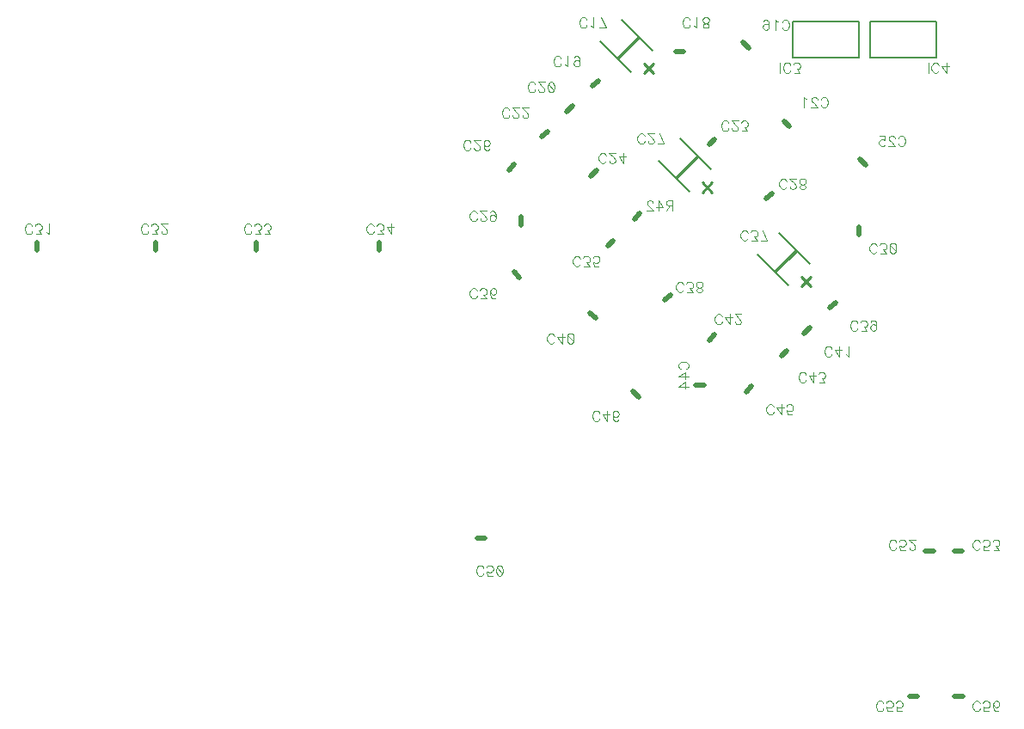
<source format=gbo>
G04*
G04  File:            MINIMI11.BSK, Mon Aug 27 20:50:39 2007*
G04  Source:          ACCEL P-CAD PCB, Version 14.00.46, (Minimi11.PCB)*
G04  Format:          Gerber Format (RS-274-D), ASCII*
G04*
G04  Format Options:  Absolute Positioning*
G04                   Leading-Zero Suppression*
G04                   Scale Factor 1:1*
G04                   NO Circular Interpolation*
G04                   Inch Units*
G04                   Numeric Format: 4.4 (XXXX.XXXX)*
G04                   G54 Used for Aperture Change*
G04                   Apertures Embedded*
G04*
G04  File Options:    Offset = (0.0mil,0.0mil)*
G04                   Drill Symbol Size = 79.9mil*
G04                   No Pad/Via Holes*
G04*
G04  File Contents:   Pads*
G04                   Vias*
G04                   Designators*
G04                   Types*
G04                   Values*
G04                   No Drill Symbols*
G04                   Bot Silk*
G04*
G04  Aperture MACROs for general use --- invoked via D-code assignment *
G04*
G04  General MACRO for flashed round with rotation and/or offset hole *
%AMROTOFFROUND*
1,1,$1,0.0000,0.0000*
1,0,$2,$3,$4*%
G04*
G04  General MACRO for flashed oval (obround) with rotation and/or offset hole *
%AMROTOFFOVAL*
21,1,$1,$2,0.0000,0.0000,$3*
1,1,$4,$5,$6*
1,1,$4,0-$5,0-$6*
1,0,$7,$8,$9*%
G04*
G04  General MACRO for flashed oval (obround) with rotation and no hole *
%AMROTOVALNOHOLE*
21,1,$1,$2,0.0000,0.0000,$3*
1,1,$4,$5,$6*
1,1,$4,0-$5,0-$6*%
G04*
G04  General MACRO for flashed rectangle with rotation and/or offset hole *
%AMROTOFFRECT*
21,1,$1,$2,0.0000,0.0000,$3*
1,0,$4,$5,$6*%
G04*
G04  General MACRO for flashed rectangle with rotation and no hole *
%AMROTRECTNOHOLE*
21,1,$1,$2,0.0000,0.0000,$3*%
G04*
G04  General MACRO for flashed rounded-rectangle *
%AMROUNDRECT*
21,1,$1,$2-$4,0.0000,0.0000,$3*
21,1,$1-$4,$2,0.0000,0.0000,$3*
1,1,$4,$5,$6*
1,1,$4,$7,$8*
1,1,$4,0-$5,0-$6*
1,1,$4,0-$7,0-$8*
1,0,$9,$10,$11*%
G04*
G04  General MACRO for flashed rounded-rectangle with rotation and no hole *
%AMROUNDRECTNOHOLE*
21,1,$1,$2-$4,0.0000,0.0000,$3*
21,1,$1-$4,$2,0.0000,0.0000,$3*
1,1,$4,$5,$6*
1,1,$4,$7,$8*
1,1,$4,0-$5,0-$6*
1,1,$4,0-$7,0-$8*%
G04*
G04  General MACRO for flashed regular polygon *
%AMREGPOLY*
5,1,$1,0.0000,0.0000,$2,$3+$4*
1,0,$5,$6,$7*%
G04*
G04  General MACRO for flashed regular polygon with no hole *
%AMREGPOLYNOHOLE*
5,1,$1,0.0000,0.0000,$2,$3+$4*%
G04*
G04  General MACRO for target *
%AMTARGET*
6,0,0,$1,$2,$3,4,$4,$5,$6*%
G04*
G04  General MACRO for mounting hole *
%AMMTHOLE*
1,1,$1,0,0*
1,0,$2,0,0*
$1=$1-$2*
$1=$1/2*
21,1,$2+$1,$3,0,0,$4*
21,1,$3,$2+$1,0,0,$4*%
G04*
G04*
G04  D10 : "Ellipse X0.25mm Y0.25mm H0.00mm 0.0deg (0.00mm,0.00mm) Draw"*
G04  Disc: OuterDia=0.0100*
%ADD10C, 0.0100*%
G04  D11 : "Ellipse X0.03mm Y0.03mm H0.00mm 0.0deg (0.00mm,0.00mm) Draw"*
G04  Disc: OuterDia=0.0010*
%ADD11C, 0.0010*%
G04  D12 : "Ellipse X0.35mm Y0.35mm H0.00mm 0.0deg (0.00mm,0.00mm) Draw"*
G04  Disc: OuterDia=0.0138*
%ADD12C, 0.0138*%
G04  D13 : "Ellipse X0.38mm Y0.38mm H0.00mm 0.0deg (0.00mm,0.00mm) Draw"*
G04  Disc: OuterDia=0.0150*
%ADD13C, 0.0150*%
G04  D14 : "Ellipse X0.40mm Y0.40mm H0.00mm 0.0deg (0.00mm,0.00mm) Draw"*
G04  Disc: OuterDia=0.0157*
%ADD14C, 0.0157*%
G04  D15 : "Ellipse X0.50mm Y0.50mm H0.00mm 0.0deg (0.00mm,0.00mm) Draw"*
G04  Disc: OuterDia=0.0197*
%ADD15C, 0.0197*%
G04  D16 : "Ellipse X0.51mm Y0.51mm H0.00mm 0.0deg (0.00mm,0.00mm) Draw"*
G04  Disc: OuterDia=0.0200*
%ADD16C, 0.0200*%
G04  D17 : "Ellipse X0.10mm Y0.10mm H0.00mm 0.0deg (0.00mm,0.00mm) Draw"*
G04  Disc: OuterDia=0.0039*
%ADD17C, 0.0039*%
G04  D18 : "Ellipse X0.80mm Y0.80mm H0.00mm 0.0deg (0.00mm,0.00mm) Draw"*
G04  Disc: OuterDia=0.0315*
%ADD18C, 0.0315*%
G04  D19 : "Ellipse X1.00mm Y1.00mm H0.00mm 0.0deg (0.00mm,0.00mm) Draw"*
G04  Disc: OuterDia=0.0394*
%ADD19C, 0.0394*%
G04  D20 : "Ellipse X0.15mm Y0.15mm H0.00mm 0.0deg (0.00mm,0.00mm) Draw"*
G04  Disc: OuterDia=0.0059*
%ADD20C, 0.0059*%
G04  D21 : "Ellipse X0.15mm Y0.15mm H0.00mm 0.0deg (0.00mm,0.00mm) Draw"*
G04  Disc: OuterDia=0.0060*
%ADD21C, 0.0060*%
G04  D22 : "Ellipse X0.20mm Y0.20mm H0.00mm 0.0deg (0.00mm,0.00mm) Draw"*
G04  Disc: OuterDia=0.0079*
%ADD22C, 0.0079*%
G04  D23 : "Ellipse X2.00mm Y2.00mm H0.00mm 0.0deg (0.00mm,0.00mm) Draw"*
G04  Disc: OuterDia=0.0787*
%ADD23C, 0.0787*%
G04  D24 : "Ellipse X0.25mm Y0.25mm H0.00mm 0.0deg (0.00mm,0.00mm) Draw"*
G04  Disc: OuterDia=0.0098*
%ADD24C, 0.0098*%
G04  D25 : "Ellipse X2.79mm Y2.79mm H0.00mm 0.0deg (0.00mm,0.00mm) Flash"*
G04  Disc: OuterDia=0.1100*
%ADD25C, 0.1100*%
G04  D26 : "Ellipse X3.55mm Y3.55mm H0.00mm 0.0deg (0.00mm,0.00mm) Flash"*
G04  Disc: OuterDia=0.1398*
%ADD26C, 0.1398*%
G04  D27 : "Ellipse X3.93mm Y3.93mm H0.00mm 0.0deg (0.00mm,0.00mm) Flash"*
G04  Disc: OuterDia=0.1548*
%ADD27C, 0.1548*%
G04  D28 : "Ellipse X4.00mm Y4.00mm H0.00mm 0.0deg (0.00mm,0.00mm) Flash"*
G04  Disc: OuterDia=0.1575*
%ADD28C, 0.1575*%
G04  D29 : "Ellipse X4.38mm Y4.38mm H0.00mm 0.0deg (0.00mm,0.00mm) Flash"*
G04  Disc: OuterDia=0.1725*
%ADD29C, 0.1725*%
G04  D30 : "Ellipse X7.00mm Y7.00mm H0.00mm 0.0deg (0.00mm,0.00mm) Flash"*
G04  Disc: OuterDia=0.2756*
%ADD30C, 0.2756*%
G04  D31 : "Ellipse X7.38mm Y7.38mm H0.00mm 0.0deg (0.00mm,0.00mm) Flash"*
G04  Disc: OuterDia=0.2906*
%ADD31C, 0.2906*%
G04  D32 : "Ellipse X1.52mm Y1.52mm H0.00mm 0.0deg (0.00mm,0.00mm) Flash"*
G04  Disc: OuterDia=0.0600*
%ADD32C, 0.0600*%
G04  D33 : "Ellipse X1.65mm Y1.65mm H0.00mm 0.0deg (0.00mm,0.00mm) Flash"*
G04  Disc: OuterDia=0.0650*
%ADD33C, 0.0650*%
G04  D34 : "Ellipse X1.78mm Y1.78mm H0.00mm 0.0deg (0.00mm,0.00mm) Flash"*
G04  Disc: OuterDia=0.0700*
%ADD34C, 0.0700*%
G04  D35 : "Ellipse X1.90mm Y1.90mm H0.00mm 0.0deg (0.00mm,0.00mm) Flash"*
G04  Disc: OuterDia=0.0748*
%ADD35C, 0.0748*%
G04  D36 : "Ellipse X1.91mm Y1.91mm H0.00mm 0.0deg (0.00mm,0.00mm) Flash"*
G04  Disc: OuterDia=0.0750*
%ADD36C, 0.0750*%
G04  D37 : "Ellipse X2.00mm Y2.00mm H0.00mm 0.0deg (0.00mm,0.00mm) Flash"*
G04  Disc: OuterDia=0.0787*
%ADD37C, 0.0787*%
G04  D38 : "Ellipse X2.03mm Y2.03mm H0.00mm 0.0deg (0.00mm,0.00mm) Flash"*
G04  Disc: OuterDia=0.0800*
%ADD38C, 0.0800*%
G04  D39 : "Ellipse X2.03mm Y2.03mm H0.00mm 0.0deg (0.00mm,0.00mm) Flash"*
G04  Disc: OuterDia=0.0800*
%ADD39C, 0.0800*%
G04  D40 : "Ellipse X2.16mm Y2.16mm H0.00mm 0.0deg (0.00mm,0.00mm) Flash"*
G04  Disc: OuterDia=0.0850*
%ADD40C, 0.0850*%
G04  D41 : "Ellipse X2.28mm Y2.28mm H0.00mm 0.0deg (0.00mm,0.00mm) Flash"*
G04  Disc: OuterDia=0.0898*
%ADD41C, 0.0898*%
G04  D42 : "Ellipse X2.38mm Y2.38mm H0.00mm 0.0deg (0.00mm,0.00mm) Flash"*
G04  Disc: OuterDia=0.0937*
%ADD42C, 0.0937*%
G04  D43 : "Ellipse X2.41mm Y2.41mm H0.00mm 0.0deg (0.00mm,0.00mm) Flash"*
G04  Disc: OuterDia=0.0950*
%ADD43C, 0.0950*%
G04  D44 : "Rounded Rectangle X3.50mm Y2.00mm H0.00mm 0.0deg (0.00mm,0.00mm) Flash"*
G04  RoundRct: DimX=0.1378, DimY=0.0787, CornerRad=0.0197, Rotation=0.0, OffsetX=0.0000, OffsetY=0.0000, HoleDia=0.0000 *
%ADD44ROUNDRECTNOHOLE, 0.1378 X0.0787 X0.0 X0.0394 X-0.0492 X-0.0197 X-0.0492 X0.0197*%
G04  D45 : "Rounded Rectangle X3.88mm Y2.38mm H0.00mm 0.0deg (0.00mm,0.00mm) Flash"*
G04  RoundRct: DimX=0.1528, DimY=0.0937, CornerRad=0.0234, Rotation=0.0, OffsetX=0.0000, OffsetY=0.0000, HoleDia=0.0000 *
%ADD45ROUNDRECTNOHOLE, 0.1528 X0.0937 X0.0 X0.0469 X-0.0530 X-0.0234 X-0.0530 X0.0234*%
G04  D46 : "Rectangle X3.28mm Y1.50mm H0.00mm 0.0deg (0.00mm,0.00mm) Flash"*
G04  Rectangular: DimX=0.1290, DimY=0.0590, Rotation=0.0, OffsetX=0.0000, OffsetY=0.0000, HoleDia=0.0000 *
%ADD46R, 0.1290 X0.0590*%
G04  D47 : "Rectangle X1.50mm Y3.28mm H0.00mm 0.0deg (0.00mm,0.00mm) Flash"*
G04  Rectangular: DimX=0.0590, DimY=0.1290, Rotation=0.0, OffsetX=0.0000, OffsetY=0.0000, HoleDia=0.0000 *
%ADD47R, 0.0590 X0.1290*%
G04  D48 : "Rectangle X3.66mm Y1.88mm H0.00mm 0.0deg (0.00mm,0.00mm) Flash"*
G04  Rectangular: DimX=0.1440, DimY=0.0740, Rotation=0.0, OffsetX=0.0000, OffsetY=0.0000, HoleDia=0.0000 *
%ADD48R, 0.1440 X0.0740*%
G04  D49 : "Rectangle X1.88mm Y3.66mm H0.00mm 0.0deg (0.00mm,0.00mm) Flash"*
G04  Rectangular: DimX=0.0740, DimY=0.1440, Rotation=0.0, OffsetX=0.0000, OffsetY=0.0000, HoleDia=0.0000 *
%ADD49R, 0.0740 X0.1440*%
G04  D50 : "Rectangle X3.81mm Y1.27mm H0.00mm 0.0deg (0.00mm,0.00mm) Flash"*
G04  Rectangular: DimX=0.1500, DimY=0.0500, Rotation=0.0, OffsetX=0.0000, OffsetY=0.0000, HoleDia=0.0000 *
%ADD50R, 0.1500 X0.0500*%
G04  D51 : "Rectangle X1.27mm Y3.81mm H0.00mm 0.0deg (0.00mm,0.00mm) Flash"*
G04  Rectangular: DimX=0.0500, DimY=0.1500, Rotation=0.0, OffsetX=0.0000, OffsetY=0.0000, HoleDia=0.0000 *
%ADD51R, 0.0500 X0.1500*%
G04  D52 : "Rectangle X4.19mm Y1.65mm H0.00mm 0.0deg (0.00mm,0.00mm) Flash"*
G04  Rectangular: DimX=0.1650, DimY=0.0650, Rotation=0.0, OffsetX=0.0000, OffsetY=0.0000, HoleDia=0.0000 *
%ADD52R, 0.1650 X0.0650*%
G04  D53 : "Rectangle X1.65mm Y4.19mm H0.00mm 0.0deg (0.00mm,0.00mm) Flash"*
G04  Rectangular: DimX=0.0650, DimY=0.1650, Rotation=0.0, OffsetX=0.0000, OffsetY=0.0000, HoleDia=0.0000 *
%ADD53R, 0.0650 X0.1650*%
G04  D54 : "Rectangle X0.45mm Y3.00mm H0.00mm 0.0deg (0.00mm,0.00mm) Flash"*
G04  Rectangular: DimX=0.0177, DimY=0.1181, Rotation=0.0, OffsetX=0.0000, OffsetY=0.0000, HoleDia=0.0000 *
%ADD54R, 0.0177 X0.1181*%
G04  D55 : "Rectangle X3.00mm Y0.45mm H0.00mm 0.0deg (0.00mm,0.00mm) Flash"*
G04  Rectangular: DimX=0.1181, DimY=0.0177, Rotation=0.0, OffsetX=0.0000, OffsetY=0.0000, HoleDia=0.0000 *
%ADD55R, 0.1181 X0.0177*%
G04  D56 : "Rectangle X0.81mm Y0.81mm H0.00mm 0.0deg (0.00mm,0.00mm) Flash"*
G04  Square: Side=0.0320, Rotation=0.0, OffsetX=0.0000, OffsetY=0.0000, HoleDia=0.0000*
%ADD56R, 0.0320 X0.0320*%
G04  D57 : "Rectangle X0.83mm Y3.38mm H0.00mm 0.0deg (0.00mm,0.00mm) Flash"*
G04  Rectangular: DimX=0.0327, DimY=0.1331, Rotation=0.0, OffsetX=0.0000, OffsetY=0.0000, HoleDia=0.0000 *
%ADD57R, 0.0327 X0.1331*%
G04  D58 : "Rectangle X3.38mm Y0.83mm H0.00mm 0.0deg (0.00mm,0.00mm) Flash"*
G04  Rectangular: DimX=0.1331, DimY=0.0327, Rotation=0.0, OffsetX=0.0000, OffsetY=0.0000, HoleDia=0.0000 *
%ADD58R, 0.1331 X0.0327*%
G04  D59 : "Rectangle X0.99mm Y1.50mm H0.00mm 0.0deg (0.00mm,0.00mm) Flash"*
G04  Rectangular: DimX=0.0390, DimY=0.0590, Rotation=0.0, OffsetX=0.0000, OffsetY=0.0000, HoleDia=0.0000 *
%ADD59R, 0.0390 X0.0590*%
G04  D60 : "Rectangle X1.50mm Y0.99mm H0.00mm 0.0deg (0.00mm,0.00mm) Flash"*
G04  Rectangular: DimX=0.0590, DimY=0.0390, Rotation=0.0, OffsetX=0.0000, OffsetY=0.0000, HoleDia=0.0000 *
%ADD60R, 0.0590 X0.0390*%
G04  D61 : "Rectangle X1.19mm Y1.19mm H0.00mm 0.0deg (0.00mm,0.00mm) Flash"*
G04  Square: Side=0.0470, Rotation=0.0, OffsetX=0.0000, OffsetY=0.0000, HoleDia=0.0000*
%ADD61R, 0.0470 X0.0470*%
G04  D62 : "Rectangle X1.37mm Y1.88mm H0.00mm 0.0deg (0.00mm,0.00mm) Flash"*
G04  Rectangular: DimX=0.0540, DimY=0.0740, Rotation=0.0, OffsetX=0.0000, OffsetY=0.0000, HoleDia=0.0000 *
%ADD62R, 0.0540 X0.0740*%
G04  D63 : "Rectangle X1.88mm Y1.37mm H0.00mm 0.0deg (0.00mm,0.00mm) Flash"*
G04  Rectangular: DimX=0.0740, DimY=0.0540, Rotation=0.0, OffsetX=0.0000, OffsetY=0.0000, HoleDia=0.0000 *
%ADD63R, 0.0740 X0.0540*%
G04  D64 : "Rectangle X1.42mm Y2.44mm H0.00mm 0.0deg (0.00mm,0.00mm) Flash"*
G04  Rectangular: DimX=0.0560, DimY=0.0960, Rotation=0.0, OffsetX=0.0000, OffsetY=0.0000, HoleDia=0.0000 *
%ADD64R, 0.0560 X0.0960*%
G04  D65 : "Rectangle X1.52mm Y1.42mm H0.00mm 0.0deg (0.00mm,0.00mm) Flash"*
G04  Rectangular: DimX=0.0600, DimY=0.0560, Rotation=0.0, OffsetX=0.0000, OffsetY=0.0000, HoleDia=0.0000 *
%ADD65R, 0.0600 X0.0560*%
G04  D66 : "Rectangle X1.42mm Y1.52mm H0.00mm 0.0deg (0.00mm,0.00mm) Flash"*
G04  Rectangular: DimX=0.0560, DimY=0.0600, Rotation=0.0, OffsetX=0.0000, OffsetY=0.0000, HoleDia=0.0000 *
%ADD66R, 0.0560 X0.0600*%
G04  D67 : "Rectangle X1.52mm Y1.52mm H0.00mm 0.0deg (0.00mm,0.00mm) Flash"*
G04  Square: Side=0.0600, Rotation=0.0, OffsetX=0.0000, OffsetY=0.0000, HoleDia=0.0000*
%ADD67R, 0.0600 X0.0600*%
G04  D68 : "Rectangle X1.78mm Y1.78mm H0.00mm 0.0deg (0.00mm,0.00mm) Flash"*
G04  Square: Side=0.0700, Rotation=0.0, OffsetX=0.0000, OffsetY=0.0000, HoleDia=0.0000*
%ADD68R, 0.0700 X0.0700*%
G04  D69 : "Rectangle X1.80mm Y2.82mm H0.00mm 0.0deg (0.00mm,0.00mm) Flash"*
G04  Rectangular: DimX=0.0710, DimY=0.1110, Rotation=0.0, OffsetX=0.0000, OffsetY=0.0000, HoleDia=0.0000 *
%ADD69R, 0.0710 X0.1110*%
G04  D70 : "Rectangle X1.91mm Y1.80mm H0.00mm 0.0deg (0.00mm,0.00mm) Flash"*
G04  Rectangular: DimX=0.0750, DimY=0.0710, Rotation=0.0, OffsetX=0.0000, OffsetY=0.0000, HoleDia=0.0000 *
%ADD70R, 0.0750 X0.0710*%
G04  D71 : "Rectangle X1.80mm Y1.91mm H0.00mm 0.0deg (0.00mm,0.00mm) Flash"*
G04  Rectangular: DimX=0.0710, DimY=0.0750, Rotation=0.0, OffsetX=0.0000, OffsetY=0.0000, HoleDia=0.0000 *
%ADD71R, 0.0710 X0.0750*%
G04  D72 : "Rectangle X1.91mm Y1.91mm H0.00mm 0.0deg (0.00mm,0.00mm) Flash"*
G04  Square: Side=0.0750, Rotation=0.0, OffsetX=0.0000, OffsetY=0.0000, HoleDia=0.0000*
%ADD72R, 0.0750 X0.0750*%
G04  D73 : "Rectangle X2.00mm Y0.45mm H0.00mm 0.0deg (0.00mm,0.00mm) Flash"*
G04  Rectangular: DimX=0.0787, DimY=0.0177, Rotation=0.0, OffsetX=0.0000, OffsetY=0.0000, HoleDia=0.0000 *
%ADD73R, 0.0787 X0.0177*%
G04  D74 : "Rectangle X0.66mm Y2.03mm H0.00mm 0.0deg (0.00mm,0.00mm) Flash"*
G04  Rectangular: DimX=0.0260, DimY=0.0800, Rotation=0.0, OffsetX=0.0000, OffsetY=0.0000, HoleDia=0.0000 *
%ADD74R, 0.0260 X0.0800*%
G04  D75 : "Rectangle X2.16mm Y2.16mm H0.00mm 0.0deg (0.00mm,0.00mm) Flash"*
G04  Square: Side=0.0850, Rotation=0.0, OffsetX=0.0000, OffsetY=0.0000, HoleDia=0.0000*
%ADD75R, 0.0850 X0.0850*%
G04  D76 : "Rectangle X2.38mm Y0.83mm H0.00mm 0.0deg (0.00mm,0.00mm) Flash"*
G04  Rectangular: DimX=0.0937, DimY=0.0327, Rotation=0.0, OffsetX=0.0000, OffsetY=0.0000, HoleDia=0.0000 *
%ADD76R, 0.0937 X0.0327*%
G04  D77 : "Rectangle X1.04mm Y2.41mm H0.00mm 0.0deg (0.00mm,0.00mm) Flash"*
G04  Rectangular: DimX=0.0410, DimY=0.0950, Rotation=0.0, OffsetX=0.0000, OffsetY=0.0000, HoleDia=0.0000 *
%ADD77R, 0.0410 X0.0950*%
G04  D78 : "Ellipse X0.85mm Y0.85mm H0.00mm 0.0deg (0.00mm,0.00mm) Flash"*
G04  Disc: OuterDia=0.0335*
%ADD78C, 0.0335*%
G04  D79 : "Ellipse X1.23mm Y1.23mm H0.00mm 0.0deg (0.00mm,0.00mm) Flash"*
G04  Disc: OuterDia=0.0485*
%ADD79C, 0.0485*%
%ICAS*%
%FSLAX44Y44*%
%SFA1B1*%
%INMINIMI11.BSK*%
%OFA0.0000B0.0000*%
%MOIN*%
G70*
G90*
G01*
D2*
%LNBot Silk*%
G54D15*
X109265Y115593*
Y115906D1*
D2*
G54D10*
G54D17*
X109087Y116318*
X109068Y116280D1*
X109031Y116243*
X108993Y116224*
X108918*
X108881Y116243*
X108843Y116280*
X108825Y116318*
X108806Y116374*
Y116468*
X108825Y116524*
X108843Y116562*
X108881Y116599*
X108918Y116618*
X108993*
X109031Y116599*
X109068Y116562*
X109087Y116524*
X109237Y116224D2*
X109444D1*
X109331Y116374*
X109387*
X109425Y116393*
X109444Y116412*
X109462Y116468*
Y116506*
X109444Y116562*
X109406Y116599*
X109350Y116618*
X109294*
X109237Y116599*
X109219Y116581*
X109200Y116543*
X109613Y116224D2*
X109819D1*
X109706Y116374*
X109763*
X109800Y116393*
X109819Y116412*
X109838Y116468*
Y116506*
X109819Y116562*
X109781Y116599*
X109725Y116618*
X109669*
X109613Y116599*
X109594Y116581*
X109575Y116543*
D2*
G54D15*
X105379Y115902*
Y115589D1*
D2*
G54D10*
G54D17*
X105087Y116318*
X105068Y116280D1*
X105031Y116243*
X104993Y116224*
X104918*
X104881Y116243*
X104843Y116280*
X104825Y116318*
X104806Y116374*
Y116468*
X104825Y116524*
X104843Y116562*
X104881Y116599*
X104918Y116618*
X104993*
X105031Y116599*
X105068Y116562*
X105087Y116524*
X105237Y116224D2*
X105444D1*
X105331Y116374*
X105387*
X105425Y116393*
X105444Y116412*
X105462Y116468*
Y116506*
X105444Y116562*
X105406Y116599*
X105350Y116618*
X105294*
X105237Y116599*
X105219Y116581*
X105200Y116543*
X105594Y116318D2*
Y116299D1*
X105613Y116262*
X105631Y116243*
X105669Y116224*
X105744*
X105781Y116243*
X105800Y116262*
X105819Y116299*
Y116337*
X105800Y116374*
X105763Y116431*
X105575Y116618*
X105838*
D2*
G54D15*
X100761Y115593*
Y115906D1*
D2*
G54D10*
G54D17*
X100587Y116318*
X100568Y116280D1*
X100531Y116243*
X100493Y116224*
X100418*
X100381Y116243*
X100343Y116280*
X100325Y116318*
X100306Y116374*
Y116468*
X100325Y116524*
X100343Y116562*
X100381Y116599*
X100418Y116618*
X100493*
X100531Y116599*
X100568Y116562*
X100587Y116524*
X100737Y116224D2*
X100944D1*
X100831Y116374*
X100887*
X100925Y116393*
X100944Y116412*
X100962Y116468*
Y116506*
X100944Y116562*
X100906Y116599*
X100850Y116618*
X100794*
X100737Y116599*
X100719Y116581*
X100700Y116543*
X101131Y116299D2*
X101169Y116280D1*
X101225Y116224*
Y116618*
D2*
G54D15*
X114041Y115902*
Y115589D1*
D2*
G54D10*
G54D17*
X113837Y116318*
X113818Y116280D1*
X113781Y116243*
X113743Y116224*
X113668*
X113631Y116243*
X113593Y116280*
X113575Y116318*
X113556Y116374*
Y116468*
X113575Y116524*
X113593Y116562*
X113631Y116599*
X113668Y116618*
X113743*
X113781Y116599*
X113818Y116562*
X113837Y116524*
X113987Y116224D2*
X114194D1*
X114081Y116374*
X114137*
X114175Y116393*
X114194Y116412*
X114212Y116468*
Y116506*
X114194Y116562*
X114156Y116599*
X114100Y116618*
X114044*
X113987Y116599*
X113969Y116581*
X113950Y116543*
X114513Y116618D2*
Y116224D1*
X114325Y116487*
X114606*
D2*
G54D15*
X119281Y118928*
X119060Y118707D1*
D2*
G54D10*
G54D17*
X117587Y119568*
X117568Y119530D1*
X117531Y119493*
X117493Y119474*
X117418*
X117381Y119493*
X117343Y119530*
X117325Y119568*
X117306Y119624*
Y119718*
X117325Y119774*
X117343Y119812*
X117381Y119849*
X117418Y119868*
X117493*
X117531Y119849*
X117568Y119812*
X117587Y119774*
X117719Y119568D2*
Y119549D1*
X117737Y119512*
X117756Y119493*
X117794Y119474*
X117869*
X117906Y119493*
X117925Y119512*
X117944Y119549*
Y119587*
X117925Y119624*
X117887Y119681*
X117700Y119868*
X117962*
X118319Y119530D2*
X118300Y119493D1*
X118244Y119474*
X118206*
X118150Y119493*
X118113Y119549*
X118094Y119643*
Y119737*
X118113Y119812*
X118150Y119849*
X118206Y119868*
X118225*
X118281Y119849*
X118319Y119812*
X118338Y119756*
Y119737*
X118319Y119681*
X118281Y119643*
X118225Y119624*
X118206*
X118150Y119643*
X118113Y119681*
X118094Y119737*
D2*
G54D15*
X120560Y120208*
X120339Y119987D1*
D2*
G54D10*
G54D17*
X119087Y120818*
X119068Y120780D1*
X119031Y120743*
X118993Y120724*
X118918*
X118881Y120743*
X118843Y120780*
X118825Y120818*
X118806Y120874*
Y120968*
X118825Y121024*
X118843Y121062*
X118881Y121099*
X118918Y121118*
X118993*
X119031Y121099*
X119068Y121062*
X119087Y121024*
X119219Y120818D2*
Y120799D1*
X119237Y120762*
X119256Y120743*
X119294Y120724*
X119369*
X119406Y120743*
X119425Y120762*
X119444Y120799*
Y120837*
X119425Y120874*
X119387Y120931*
X119200Y121118*
X119462*
X119594Y120818D2*
Y120799D1*
X119613Y120762*
X119631Y120743*
X119669Y120724*
X119744*
X119781Y120743*
X119800Y120762*
X119819Y120799*
Y120837*
X119800Y120874*
X119763Y120931*
X119575Y121118*
X119838*
D2*
G54D15*
X121545Y121192*
X121324Y120971D1*
D2*
G54D10*
G54D17*
X120087Y121818*
X120068Y121780D1*
X120031Y121743*
X119993Y121724*
X119918*
X119881Y121743*
X119843Y121780*
X119825Y121818*
X119806Y121874*
Y121968*
X119825Y122024*
X119843Y122062*
X119881Y122099*
X119918Y122118*
X119993*
X120031Y122099*
X120068Y122062*
X120087Y122024*
X120219Y121818D2*
Y121799D1*
X120237Y121762*
X120256Y121743*
X120294Y121724*
X120369*
X120406Y121743*
X120425Y121762*
X120444Y121799*
Y121837*
X120425Y121874*
X120387Y121931*
X120200Y122118*
X120462*
X120688Y121724D2*
X120631Y121743D1*
X120594Y121799*
X120575Y121893*
Y121949*
X120594Y122043*
X120631Y122099*
X120688Y122118*
X120725*
X120781Y122099*
X120819Y122043*
X120838Y121949*
Y121893*
X120819Y121799*
X120781Y121743*
X120725Y121724*
X120688*
X120819Y121799D2*
X120594Y122043D1*
D2*
G54D15*
X122529Y122176*
X122308Y121956D1*
D2*
G54D10*
G54D17*
X121087Y122818*
X121068Y122780D1*
X121031Y122743*
X120993Y122724*
X120918*
X120881Y122743*
X120843Y122780*
X120825Y122818*
X120806Y122874*
Y122968*
X120825Y123024*
X120843Y123062*
X120881Y123099*
X120918Y123118*
X120993*
X121031Y123099*
X121068Y123062*
X121087Y123024*
X121256Y122799D2*
X121294Y122780D1*
X121350Y122724*
Y123118*
X121819Y122855D2*
X121800Y122912D1*
X121763Y122949*
X121706Y122968*
X121688*
X121631Y122949*
X121594Y122912*
X121575Y122855*
Y122837*
X121594Y122780*
X121631Y122743*
X121688Y122724*
X121706*
X121763Y122743*
X121800Y122780*
X121819Y122855*
Y122949*
X121800Y123043*
X121763Y123099*
X121706Y123118*
X121669*
X121613Y123099*
X121594Y123062*
D2*
G54D22*
X123308Y122988*
X124157Y123837D1*
X123803Y122493D2*
X122601Y123695D1*
X124652Y123342D2*
X123450Y124544D1*
X123273Y123023D2*
X124121Y123872D1*
D2*
G54D10*
X124670Y122843*
X124294Y122467D1*
X124670D2*
X124294Y122843D1*
D2*
G54D17*
X122087Y124318*
X122068Y124280D1*
X122031Y124243*
X121993Y124224*
X121918*
X121881Y124243*
X121843Y124280*
X121825Y124318*
X121806Y124374*
Y124468*
X121825Y124524*
X121843Y124562*
X121881Y124599*
X121918Y124618*
X121993*
X122031Y124599*
X122068Y124562*
X122087Y124524*
X122256Y124299D2*
X122294Y124280D1*
X122350Y124224*
Y124618*
X122650D2*
X122838Y124224D1*
X122575*
D2*
G54D15*
X119533Y116886*
Y116574D1*
D2*
G54D10*
G54D17*
X117837Y116818*
X117818Y116780D1*
X117781Y116743*
X117743Y116724*
X117668*
X117631Y116743*
X117593Y116780*
X117575Y116818*
X117556Y116874*
Y116968*
X117575Y117024*
X117593Y117062*
X117631Y117099*
X117668Y117118*
X117743*
X117781Y117099*
X117818Y117062*
X117837Y117024*
X117969Y116818D2*
Y116799D1*
X117987Y116762*
X118006Y116743*
X118044Y116724*
X118119*
X118156Y116743*
X118175Y116762*
X118194Y116799*
Y116837*
X118175Y116874*
X118137Y116931*
X117950Y117118*
X118212*
X118569Y116855D2*
X118550Y116912D1*
X118513Y116949*
X118456Y116968*
X118438*
X118381Y116949*
X118344Y116912*
X118325Y116855*
Y116837*
X118344Y116780*
X118381Y116743*
X118438Y116724*
X118456*
X118513Y116743*
X118550Y116780*
X118569Y116855*
Y116949*
X118550Y117043*
X118513Y117099*
X118456Y117118*
X118419*
X118363Y117099*
X118344Y117062*
D2*
G54D15*
X122212Y113178*
X122433Y112957D1*
D2*
G54D10*
G54D17*
X120837Y112068*
X120818Y112030D1*
X120781Y111993*
X120743Y111974*
X120668*
X120631Y111993*
X120593Y112030*
X120575Y112068*
X120556Y112124*
Y112218*
X120575Y112274*
X120593Y112312*
X120631Y112349*
X120668Y112368*
X120743*
X120781Y112349*
X120818Y112312*
X120837Y112274*
X121137Y112368D2*
Y111974D1*
X120950Y112237*
X121231*
X121438Y111974D2*
X121381Y111993D1*
X121344Y112049*
X121325Y112143*
Y112199*
X121344Y112293*
X121381Y112349*
X121438Y112368*
X121475*
X121531Y112349*
X121569Y112293*
X121588Y112199*
Y112143*
X121569Y112049*
X121531Y111993*
X121475Y111974*
X121438*
X121569Y112049D2*
X121344Y112293D1*
D2*
G54D15*
X119260Y114753*
X119481Y114532D1*
D2*
G54D10*
G54D17*
X117837Y113818*
X117818Y113780D1*
X117781Y113743*
X117743Y113724*
X117668*
X117631Y113743*
X117593Y113780*
X117575Y113818*
X117556Y113874*
Y113968*
X117575Y114024*
X117593Y114062*
X117631Y114099*
X117668Y114118*
X117743*
X117781Y114099*
X117818Y114062*
X117837Y114024*
X117987Y113724D2*
X118194D1*
X118081Y113874*
X118137*
X118175Y113893*
X118194Y113912*
X118212Y113968*
Y114006*
X118194Y114062*
X118156Y114099*
X118100Y114118*
X118044*
X117987Y114099*
X117969Y114081*
X117950Y114043*
X118569Y113780D2*
X118550Y113743D1*
X118494Y113724*
X118456*
X118400Y113743*
X118363Y113799*
X118344Y113893*
Y113987*
X118363Y114062*
X118400Y114099*
X118456Y114118*
X118475*
X118531Y114099*
X118569Y114062*
X118588Y114006*
Y113987*
X118569Y113931*
X118531Y113893*
X118475Y113874*
X118456*
X118400Y113893*
X118363Y113931*
X118344Y113987*
D2*
G54D15*
X122254Y118472*
X122475Y118693D1*
D2*
G54D10*
G54D17*
X122837Y119068*
X122818Y119030D1*
X122781Y118993*
X122743Y118974*
X122668*
X122631Y118993*
X122593Y119030*
X122575Y119068*
X122556Y119124*
Y119218*
X122575Y119274*
X122593Y119312*
X122631Y119349*
X122668Y119368*
X122743*
X122781Y119349*
X122818Y119312*
X122837Y119274*
X122969Y119068D2*
Y119049D1*
X122987Y119012*
X123006Y118993*
X123044Y118974*
X123119*
X123156Y118993*
X123175Y119012*
X123194Y119049*
Y119087*
X123175Y119124*
X123137Y119181*
X122950Y119368*
X123212*
X123513D2*
Y118974D1*
X123325Y119237*
X123606*
D2*
G54D15*
X123119Y115976*
X122898Y115755D1*
D2*
G54D10*
G54D17*
X121837Y115068*
X121818Y115030D1*
X121781Y114993*
X121743Y114974*
X121668*
X121631Y114993*
X121593Y115030*
X121575Y115068*
X121556Y115124*
Y115218*
X121575Y115274*
X121593Y115312*
X121631Y115349*
X121668Y115368*
X121743*
X121781Y115349*
X121818Y115312*
X121837Y115274*
X121987Y114974D2*
X122194D1*
X122081Y115124*
X122137*
X122175Y115143*
X122194Y115162*
X122212Y115218*
Y115256*
X122194Y115312*
X122156Y115349*
X122100Y115368*
X122044*
X121987Y115349*
X121969Y115331*
X121950Y115293*
X122550Y114974D2*
X122363D1*
X122344Y115143*
X122363Y115124*
X122419Y115105*
X122475*
X122531Y115124*
X122569Y115162*
X122588Y115218*
Y115256*
X122569Y115312*
X122531Y115349*
X122475Y115368*
X122419*
X122363Y115349*
X122344Y115331*
X122325Y115293*
D2*
G54D15*
X118154Y104446*
X117841D1*
D2*
G54D10*
G54D17*
X118087Y103068*
X118068Y103030D1*
X118031Y102993*
X117993Y102974*
X117918*
X117881Y102993*
X117843Y103030*
X117825Y103068*
X117806Y103124*
Y103218*
X117825Y103274*
X117843Y103312*
X117881Y103349*
X117918Y103368*
X117993*
X118031Y103349*
X118068Y103312*
X118087Y103274*
X118425Y102974D2*
X118237D1*
X118219Y103143*
X118237Y103124*
X118294Y103105*
X118350*
X118406Y103124*
X118444Y103162*
X118462Y103218*
Y103256*
X118444Y103312*
X118406Y103349*
X118350Y103368*
X118294*
X118237Y103349*
X118219Y103331*
X118200Y103293*
X118688Y102974D2*
X118631Y102993D1*
X118594Y103049*
X118575Y103143*
Y103199*
X118594Y103293*
X118631Y103349*
X118688Y103368*
X118725*
X118781Y103349*
X118819Y103293*
X118838Y103199*
Y103143*
X118819Y103049*
X118781Y102993*
X118725Y102974*
X118688*
X118819Y103049D2*
X118594Y103293D1*
D2*
G54D15*
X123886Y110127*
X124106Y109906D1*
D2*
G54D10*
G54D17*
X122587Y109068*
X122568Y109030D1*
X122531Y108993*
X122493Y108974*
X122418*
X122381Y108993*
X122343Y109030*
X122325Y109068*
X122306Y109124*
Y109218*
X122325Y109274*
X122343Y109312*
X122381Y109349*
X122418Y109368*
X122493*
X122531Y109349*
X122568Y109312*
X122587Y109274*
X122887Y109368D2*
Y108974D1*
X122700Y109237*
X122981*
X123319Y109030D2*
X123300Y108993D1*
X123244Y108974*
X123206*
X123150Y108993*
X123113Y109049*
X123094Y109143*
Y109237*
X123113Y109312*
X123150Y109349*
X123206Y109368*
X123225*
X123281Y109349*
X123319Y109312*
X123338Y109256*
Y109237*
X123319Y109181*
X123281Y109143*
X123225Y109124*
X123206*
X123150Y109143*
X123113Y109181*
X123094Y109237*
D2*
G54D15*
X128258Y110106*
X128479Y110327D1*
D2*
G54D10*
G54D17*
X129337Y109318*
X129318Y109280D1*
X129281Y109243*
X129243Y109224*
X129168*
X129131Y109243*
X129093Y109280*
X129075Y109318*
X129056Y109374*
Y109468*
X129075Y109524*
X129093Y109562*
X129131Y109599*
X129168Y109618*
X129243*
X129281Y109599*
X129318Y109562*
X129337Y109524*
X129637Y109618D2*
Y109224D1*
X129450Y109487*
X129731*
X130050Y109224D2*
X129863D1*
X129844Y109393*
X129863Y109374*
X129919Y109355*
X129975*
X130031Y109374*
X130069Y109412*
X130088Y109468*
Y109506*
X130069Y109562*
X130031Y109599*
X129975Y109618*
X129919*
X129863Y109599*
X129844Y109581*
X129825Y109543*
D2*
G54D15*
X129636Y111484*
X129857Y111705D1*
D2*
G54D10*
G54D17*
X130587Y110568*
X130568Y110530D1*
X130531Y110493*
X130493Y110474*
X130418*
X130381Y110493*
X130343Y110530*
X130325Y110568*
X130306Y110624*
Y110718*
X130325Y110774*
X130343Y110812*
X130381Y110849*
X130418Y110868*
X130493*
X130531Y110849*
X130568Y110812*
X130587Y110774*
X130887Y110868D2*
Y110474D1*
X130700Y110737*
X130981*
X131113Y110474D2*
X131319D1*
X131206Y110624*
X131263*
X131300Y110643*
X131319Y110662*
X131338Y110718*
Y110756*
X131319Y110812*
X131281Y110849*
X131225Y110868*
X131169*
X131113Y110849*
X131094Y110831*
X131075Y110793*
D2*
G54D15*
X135529Y103946*
X135216D1*
D2*
G54D10*
G54D17*
X134087Y104068*
X134068Y104030D1*
X134031Y103993*
X133993Y103974*
X133918*
X133881Y103993*
X133843Y104030*
X133825Y104068*
X133806Y104124*
Y104218*
X133825Y104274*
X133843Y104312*
X133881Y104349*
X133918Y104368*
X133993*
X134031Y104349*
X134068Y104312*
X134087Y104274*
X134425Y103974D2*
X134237D1*
X134219Y104143*
X134237Y104124*
X134294Y104105*
X134350*
X134406Y104124*
X134444Y104162*
X134462Y104218*
Y104256*
X134444Y104312*
X134406Y104349*
X134350Y104368*
X134294*
X134237Y104349*
X134219Y104331*
X134200Y104293*
X134594Y104068D2*
Y104049D1*
X134613Y104012*
X134631Y103993*
X134669Y103974*
X134744*
X134781Y103993*
X134800Y104012*
X134819Y104049*
Y104087*
X134800Y104124*
X134763Y104181*
X134575Y104368*
X134838*
D2*
G54D15*
X126322Y110379*
X126634D1*
D2*
G54D10*
G54D17*
X125734Y110989*
X125697Y111007D1*
X125659Y111045*
X125641Y111082*
Y111157*
X125659Y111195*
X125697Y111232*
X125734Y111251*
X125791Y111270*
X125884*
X125941Y111251*
X125978Y111232*
X126016Y111195*
X126035Y111157*
Y111082*
X126016Y111045*
X125978Y111007*
X125941Y110989*
X126035Y110688D2*
X125641D1*
X125903Y110876*
Y110595*
X126035Y110313D2*
X125641D1*
X125903Y110501*
Y110219*
D2*
G54D15*
X129045Y117586*
X129266Y117807D1*
D2*
G54D10*
G54D17*
X129837Y118068*
X129818Y118030D1*
X129781Y117993*
X129743Y117974*
X129668*
X129631Y117993*
X129593Y118030*
X129575Y118068*
X129556Y118124*
Y118218*
X129575Y118274*
X129593Y118312*
X129631Y118349*
X129668Y118368*
X129743*
X129781Y118349*
X129818Y118312*
X129837Y118274*
X129969Y118068D2*
Y118049D1*
X129987Y118012*
X130006Y117993*
X130044Y117974*
X130119*
X130156Y117993*
X130175Y118012*
X130194Y118049*
Y118087*
X130175Y118124*
X130137Y118181*
X129950Y118368*
X130212*
X130419Y117974D2*
X130363Y117993D1*
X130344Y118030*
Y118068*
X130363Y118105*
X130400Y118124*
X130475Y118143*
X130531Y118162*
X130569Y118199*
X130588Y118237*
Y118293*
X130569Y118331*
X130550Y118349*
X130494Y118368*
X130419*
X130363Y118349*
X130344Y118331*
X130325Y118293*
Y118237*
X130344Y118199*
X130381Y118162*
X130438Y118143*
X130513Y118124*
X130550Y118105*
X130569Y118068*
Y118030*
X130550Y117993*
X130494Y117974*
X130419*
D2*
G54D15*
X123927Y116799*
X124148Y117020D1*
D2*
G54D10*
G54D17*
X125424Y117337*
X125256D1*
X125199Y117356*
X125181Y117375*
X125162Y117412*
Y117450*
X125181Y117487*
X125199Y117506*
X125256Y117525*
X125424*
Y117131*
X125293Y117337D2*
X125162Y117131D1*
X124862D2*
Y117525D1*
X125049Y117262*
X124768*
X124655Y117431D2*
Y117450D1*
X124636Y117487*
X124618Y117506*
X124580Y117525*
X124505*
X124468Y117506*
X124449Y117487*
X124430Y117450*
Y117412*
X124449Y117375*
X124486Y117318*
X124674Y117131*
X124411*
D2*
G54D15*
X125108Y113649*
X125329Y113870D1*
D2*
G54D10*
G54D17*
X125837Y114068*
X125818Y114030D1*
X125781Y113993*
X125743Y113974*
X125668*
X125631Y113993*
X125593Y114030*
X125575Y114068*
X125556Y114124*
Y114218*
X125575Y114274*
X125593Y114312*
X125631Y114349*
X125668Y114368*
X125743*
X125781Y114349*
X125818Y114312*
X125837Y114274*
X125987Y113974D2*
X126194D1*
X126081Y114124*
X126137*
X126175Y114143*
X126194Y114162*
X126212Y114218*
Y114256*
X126194Y114312*
X126156Y114349*
X126100Y114368*
X126044*
X125987Y114349*
X125969Y114331*
X125950Y114293*
X126419Y113974D2*
X126363Y113993D1*
X126344Y114030*
Y114068*
X126363Y114105*
X126400Y114124*
X126475Y114143*
X126531Y114162*
X126569Y114199*
X126588Y114237*
Y114293*
X126569Y114331*
X126550Y114349*
X126494Y114368*
X126419*
X126363Y114349*
X126344Y114331*
X126325Y114293*
Y114237*
X126344Y114199*
X126381Y114162*
X126438Y114143*
X126513Y114124*
X126550Y114105*
X126569Y114068*
Y114030*
X126550Y113993*
X126494Y113974*
X126419*
D2*
G54D22*
X125572Y118362*
X126420Y119211D1*
X126067Y117867D2*
X124865Y119069D1*
X126915Y118716D2*
X125713Y119918D1*
X125537Y118397D2*
X126385Y119246D1*
D2*
G54D10*
X126934Y118217*
X126558Y117841D1*
X126934D2*
X126558Y118217D1*
D2*
G54D17*
X124337Y119818*
X124318Y119780D1*
X124281Y119743*
X124243Y119724*
X124168*
X124131Y119743*
X124093Y119780*
X124075Y119818*
X124056Y119874*
Y119968*
X124075Y120024*
X124093Y120062*
X124131Y120099*
X124168Y120118*
X124243*
X124281Y120099*
X124318Y120062*
X124337Y120024*
X124469Y119818D2*
Y119799D1*
X124487Y119762*
X124506Y119743*
X124544Y119724*
X124619*
X124656Y119743*
X124675Y119762*
X124694Y119799*
Y119837*
X124675Y119874*
X124637Y119931*
X124450Y120118*
X124712*
X124900D2*
X125088Y119724D1*
X124825*
D2*
G54D15*
X127056Y119913*
X126835Y119692D1*
D2*
G54D10*
G54D17*
X127587Y120318*
X127568Y120280D1*
X127531Y120243*
X127493Y120224*
X127418*
X127381Y120243*
X127343Y120280*
X127325Y120318*
X127306Y120374*
Y120468*
X127325Y120524*
X127343Y120562*
X127381Y120599*
X127418Y120618*
X127493*
X127531Y120599*
X127568Y120562*
X127587Y120524*
X127719Y120318D2*
Y120299D1*
X127737Y120262*
X127756Y120243*
X127794Y120224*
X127869*
X127906Y120243*
X127925Y120262*
X127944Y120299*
Y120337*
X127925Y120374*
X127887Y120431*
X127700Y120618*
X127962*
X128113Y120224D2*
X128319D1*
X128206Y120374*
X128263*
X128300Y120393*
X128319Y120412*
X128338Y120468*
Y120506*
X128319Y120562*
X128281Y120599*
X128225Y120618*
X128169*
X128113Y120599*
X128094Y120581*
X128075Y120543*
D2*
G54D15*
X127056Y112334*
X126835Y112113D1*
D2*
G54D10*
G54D17*
X127337Y112818*
X127318Y112780D1*
X127281Y112743*
X127243Y112724*
X127168*
X127131Y112743*
X127093Y112780*
X127075Y112818*
X127056Y112874*
Y112968*
X127075Y113024*
X127093Y113062*
X127131Y113099*
X127168Y113118*
X127243*
X127281Y113099*
X127318Y113062*
X127337Y113024*
X127637Y113118D2*
Y112724D1*
X127450Y112987*
X127731*
X127844Y112818D2*
Y112799D1*
X127863Y112762*
X127881Y112743*
X127919Y112724*
X127994*
X128031Y112743*
X128050Y112762*
X128069Y112799*
Y112837*
X128050Y112874*
X128013Y112931*
X127825Y113118*
X128088*
D2*
G54D22*
X129411Y114720*
X130259Y115569D1*
X129905Y114225D2*
X128703Y115427D1*
X130754Y115074D2*
X129552Y116276D1*
X129375Y114756D2*
X130224Y115604D1*
D2*
G54D10*
X130773Y114576*
X130396Y114199D1*
X130773D2*
X130396Y114576D1*
D2*
G54D17*
X128337Y116068*
X128318Y116030D1*
X128281Y115993*
X128243Y115974*
X128168*
X128131Y115993*
X128093Y116030*
X128075Y116068*
X128056Y116124*
Y116218*
X128075Y116274*
X128093Y116312*
X128131Y116349*
X128168Y116368*
X128243*
X128281Y116349*
X128318Y116312*
X128337Y116274*
X128487Y115974D2*
X128694D1*
X128581Y116124*
X128637*
X128675Y116143*
X128694Y116162*
X128712Y116218*
Y116256*
X128694Y116312*
X128656Y116349*
X128600Y116368*
X128544*
X128487Y116349*
X128469Y116331*
X128450Y116293*
X128900Y116368D2*
X129088Y115974D1*
X128825*
D2*
G54D15*
X125843Y123281*
X125530D1*
D2*
G54D10*
G54D17*
X126087Y124318*
X126068Y124280D1*
X126031Y124243*
X125993Y124224*
X125918*
X125881Y124243*
X125843Y124280*
X125825Y124318*
X125806Y124374*
Y124468*
X125825Y124524*
X125843Y124562*
X125881Y124599*
X125918Y124618*
X125993*
X126031Y124599*
X126068Y124562*
X126087Y124524*
X126256Y124299D2*
X126294Y124280D1*
X126350Y124224*
Y124618*
X126669Y124224D2*
X126613Y124243D1*
X126594Y124280*
Y124318*
X126613Y124355*
X126650Y124374*
X126725Y124393*
X126781Y124412*
X126819Y124449*
X126838Y124487*
Y124543*
X126819Y124581*
X126800Y124599*
X126744Y124618*
X126669*
X126613Y124599*
X126594Y124581*
X126575Y124543*
Y124487*
X126594Y124449*
X126631Y124412*
X126688Y124393*
X126763Y124374*
X126800Y124355*
X126819Y124318*
Y124280*
X126800Y124243*
X126744Y124224*
X126669*
D2*
G54D15*
X132905Y118907*
X132684Y119128D1*
D2*
G54D10*
G54D17*
X134162Y119931*
X134181Y119969D1*
X134218Y120006*
X134256Y120025*
X134331*
X134368Y120006*
X134406Y119969*
X134424Y119931*
X134443Y119875*
Y119781*
X134424Y119725*
X134406Y119687*
X134368Y119650*
X134331Y119631*
X134256*
X134218Y119650*
X134181Y119687*
X134162Y119725*
X134030Y119931D2*
Y119950D1*
X134012Y119987*
X133993Y120006*
X133955Y120025*
X133880*
X133843Y120006*
X133824Y119987*
X133805Y119950*
Y119912*
X133824Y119875*
X133862Y119818*
X134049Y119631*
X133787*
X133449Y120025D2*
X133636D1*
X133655Y119856*
X133636Y119875*
X133580Y119894*
X133524*
X133468Y119875*
X133430Y119837*
X133411Y119781*
Y119743*
X133430Y119687*
X133468Y119650*
X133524Y119631*
X133580*
X133636Y119650*
X133655Y119668*
X133674Y119706*
D2*
G54D15*
X132631Y116184*
Y116496D1*
D2*
G54D10*
G54D17*
X133337Y115568*
X133318Y115530D1*
X133281Y115493*
X133243Y115474*
X133168*
X133131Y115493*
X133093Y115530*
X133075Y115568*
X133056Y115624*
Y115718*
X133075Y115774*
X133093Y115812*
X133131Y115849*
X133168Y115868*
X133243*
X133281Y115849*
X133318Y115812*
X133337Y115774*
X133487Y115474D2*
X133694D1*
X133581Y115624*
X133637*
X133675Y115643*
X133694Y115662*
X133712Y115718*
Y115756*
X133694Y115812*
X133656Y115849*
X133600Y115868*
X133544*
X133487Y115849*
X133469Y115831*
X133450Y115793*
X133938Y115474D2*
X133881Y115493D1*
X133844Y115549*
X133825Y115643*
Y115699*
X133844Y115793*
X133881Y115849*
X133938Y115868*
X133975*
X134031Y115849*
X134069Y115793*
X134088Y115699*
Y115643*
X134069Y115549*
X134031Y115493*
X133975Y115474*
X133938*
X134069Y115549D2*
X133844Y115793D1*
D2*
G54D20*
X135630Y123080*
Y124460D1*
X133070*
Y123080*
X135630*
D2*
G54D10*
G54D17*
X135325Y122472*
Y122868D1*
X135739Y122566D2*
X135720Y122529D1*
X135683Y122491*
X135645Y122472*
X135570*
X135532Y122491*
X135494Y122529*
X135476Y122566*
X135457Y122623*
Y122717*
X135476Y122773*
X135494Y122811*
X135532Y122849*
X135570Y122868*
X135645*
X135683Y122849*
X135720Y122811*
X135739Y122773*
X136041Y122868D2*
Y122472D1*
X135852Y122736*
X136135*
D2*
G54D20*
X132630Y123080*
Y124460D1*
X130070*
Y123080*
X132630*
D2*
G54D10*
G54D17*
X129575Y122472*
Y122868D1*
X129989Y122566D2*
X129970Y122529D1*
X129933Y122491*
X129895Y122472*
X129820*
X129782Y122491*
X129744Y122529*
X129726Y122566*
X129707Y122623*
Y122717*
X129726Y122773*
X129744Y122811*
X129782Y122849*
X129820Y122868*
X129895*
X129933Y122849*
X129970Y122811*
X129989Y122773*
X130140Y122472D2*
X130347D1*
X130234Y122623*
X130291*
X130328Y122642*
X130347Y122660*
X130366Y122717*
Y122755*
X130347Y122811*
X130310Y122849*
X130253Y122868*
X130197*
X130140Y122849*
X130121Y122830*
X130102Y122792*
D2*
G54D15*
X129952Y120384*
X129731Y120605D1*
D2*
G54D10*
G54D17*
X131162Y121431*
X131181Y121469D1*
X131218Y121506*
X131256Y121525*
X131331*
X131368Y121506*
X131406Y121469*
X131424Y121431*
X131443Y121375*
Y121281*
X131424Y121225*
X131406Y121187*
X131368Y121150*
X131331Y121131*
X131256*
X131218Y121150*
X131181Y121187*
X131162Y121225*
X131030Y121431D2*
Y121450D1*
X131012Y121487*
X130993Y121506*
X130955Y121525*
X130880*
X130843Y121506*
X130824Y121487*
X130805Y121450*
Y121412*
X130824Y121375*
X130862Y121318*
X131049Y121131*
X130787*
X130618Y121450D2*
X130580Y121469D1*
X130524Y121525*
Y121131*
D2*
G54D15*
X128377Y123435*
X128156Y123656D1*
D2*
G54D10*
G54D17*
X129662Y124431*
X129681Y124469D1*
X129718Y124506*
X129756Y124525*
X129831*
X129868Y124506*
X129906Y124469*
X129924Y124431*
X129943Y124375*
Y124281*
X129924Y124225*
X129906Y124187*
X129868Y124150*
X129831Y124131*
X129756*
X129718Y124150*
X129681Y124187*
X129662Y124225*
X129493Y124450D2*
X129455Y124469D1*
X129399Y124525*
Y124131*
X128930Y124469D2*
X128949Y124506D1*
X129005Y124525*
X129043*
X129099Y124506*
X129136Y124450*
X129155Y124356*
Y124262*
X129136Y124187*
X129099Y124150*
X129043Y124131*
X129024*
X128968Y124150*
X128930Y124187*
X128911Y124243*
Y124262*
X128930Y124318*
X128968Y124356*
X129024Y124375*
X129043*
X129099Y124356*
X129136Y124318*
X129155Y124262*
D2*
G54D15*
X130521Y112370*
X130742Y112591D1*
D2*
G54D10*
G54D17*
X131587Y111568*
X131568Y111530D1*
X131531Y111493*
X131493Y111474*
X131418*
X131381Y111493*
X131343Y111530*
X131325Y111568*
X131306Y111624*
Y111718*
X131325Y111774*
X131343Y111812*
X131381Y111849*
X131418Y111868*
X131493*
X131531Y111849*
X131568Y111812*
X131587Y111774*
X131887Y111868D2*
Y111474D1*
X131700Y111737*
X131981*
X132131Y111549D2*
X132169Y111530D1*
X132225Y111474*
Y111868*
D2*
G54D15*
X131506Y113354*
X131727Y113575D1*
D2*
G54D10*
G54D17*
X132587Y112568*
X132568Y112530D1*
X132531Y112493*
X132493Y112474*
X132418*
X132381Y112493*
X132343Y112530*
X132325Y112568*
X132306Y112624*
Y112718*
X132325Y112774*
X132343Y112812*
X132381Y112849*
X132418Y112868*
X132493*
X132531Y112849*
X132568Y112812*
X132587Y112774*
X132737Y112474D2*
X132944D1*
X132831Y112624*
X132887*
X132925Y112643*
X132944Y112662*
X132962Y112718*
Y112756*
X132944Y112812*
X132906Y112849*
X132850Y112868*
X132794*
X132737Y112849*
X132719Y112831*
X132700Y112793*
X133319Y112605D2*
X133300Y112662D1*
X133263Y112699*
X133206Y112718*
X133188*
X133131Y112699*
X133094Y112662*
X133075Y112605*
Y112587*
X133094Y112530*
X133131Y112493*
X133188Y112474*
X133206*
X133263Y112493*
X133300Y112530*
X133319Y112605*
Y112699*
X133300Y112793*
X133263Y112849*
X133206Y112868*
X133169*
X133113Y112849*
X133094Y112812*
D2*
G54D15*
X136654Y103946*
X136341D1*
D2*
G54D10*
G54D17*
X137337Y104068*
X137318Y104030D1*
X137281Y103993*
X137243Y103974*
X137168*
X137131Y103993*
X137093Y104030*
X137075Y104068*
X137056Y104124*
Y104218*
X137075Y104274*
X137093Y104312*
X137131Y104349*
X137168Y104368*
X137243*
X137281Y104349*
X137318Y104312*
X137337Y104274*
X137675Y103974D2*
X137487D1*
X137469Y104143*
X137487Y104124*
X137544Y104105*
X137600*
X137656Y104124*
X137694Y104162*
X137712Y104218*
Y104256*
X137694Y104312*
X137656Y104349*
X137600Y104368*
X137544*
X137487Y104349*
X137469Y104331*
X137450Y104293*
X137863Y103974D2*
X138069D1*
X137956Y104124*
X138013*
X138050Y104143*
X138069Y104162*
X138088Y104218*
Y104256*
X138069Y104312*
X138031Y104349*
X137975Y104368*
X137919*
X137863Y104349*
X137844Y104331*
X137825Y104293*
D2*
G54D10*
G54D17*
G54D15*
X134595Y98303*
X134908D1*
D2*
G54D10*
G54D17*
X133587Y97818*
X133568Y97780D1*
X133531Y97743*
X133493Y97724*
X133418*
X133381Y97743*
X133343Y97780*
X133325Y97818*
X133306Y97874*
Y97968*
X133325Y98024*
X133343Y98062*
X133381Y98099*
X133418Y98118*
X133493*
X133531Y98099*
X133568Y98062*
X133587Y98024*
X133925Y97724D2*
X133737D1*
X133719Y97893*
X133737Y97874*
X133794Y97855*
X133850*
X133906Y97874*
X133944Y97912*
X133962Y97968*
Y98006*
X133944Y98062*
X133906Y98099*
X133850Y98118*
X133794*
X133737Y98099*
X133719Y98081*
X133700Y98043*
X134300Y97724D2*
X134113D1*
X134094Y97893*
X134113Y97874*
X134169Y97855*
X134225*
X134281Y97874*
X134319Y97912*
X134338Y97968*
Y98006*
X134319Y98062*
X134281Y98099*
X134225Y98118*
X134169*
X134113Y98099*
X134094Y98081*
X134075Y98043*
D2*
G54D15*
X136345Y98303*
X136658D1*
D2*
G54D10*
G54D17*
X137337Y97818*
X137318Y97780D1*
X137281Y97743*
X137243Y97724*
X137168*
X137131Y97743*
X137093Y97780*
X137075Y97818*
X137056Y97874*
Y97968*
X137075Y98024*
X137093Y98062*
X137131Y98099*
X137168Y98118*
X137243*
X137281Y98099*
X137318Y98062*
X137337Y98024*
X137675Y97724D2*
X137487D1*
X137469Y97893*
X137487Y97874*
X137544Y97855*
X137600*
X137656Y97874*
X137694Y97912*
X137712Y97968*
Y98006*
X137694Y98062*
X137656Y98099*
X137600Y98118*
X137544*
X137487Y98099*
X137469Y98081*
X137450Y98043*
X138069Y97780D2*
X138050Y97743D1*
X137994Y97724*
X137956*
X137900Y97743*
X137863Y97799*
X137844Y97893*
Y97987*
X137863Y98062*
X137900Y98099*
X137956Y98118*
X137975*
X138031Y98099*
X138069Y98062*
X138088Y98006*
Y97987*
X138069Y97931*
X138031Y97893*
X137975Y97874*
X137956*
X137900Y97893*
X137863Y97931*
X137844Y97987*
D02M02*

</source>
